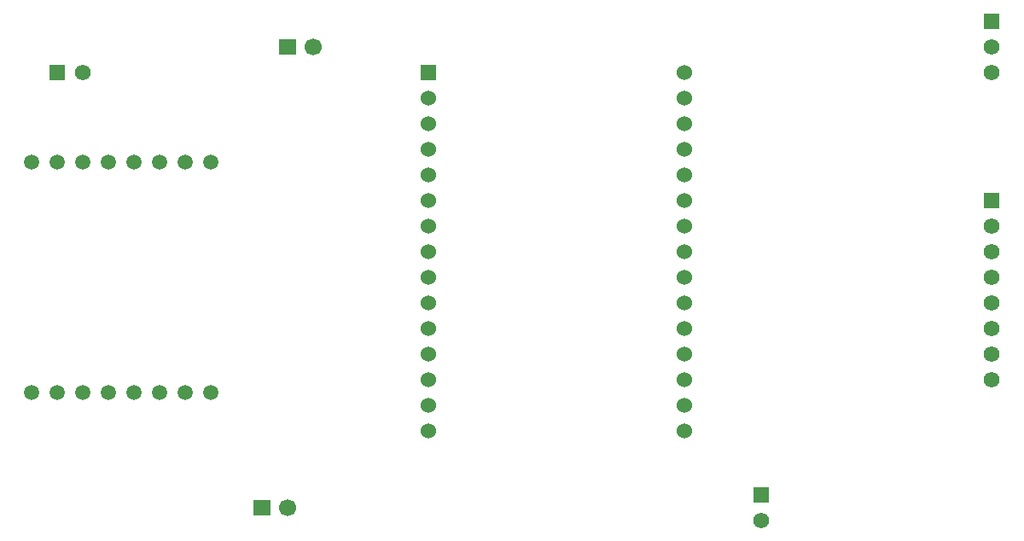
<source format=gbl>
G04 Layer: BottomLayer*
G04 EasyEDA v6.5.51, 2025-11-27 18:45:45*
G04 165794e495e04085a6bddc9ff9194116,e0a4688c9a4c477ab9b1abdd6ae47455,10*
G04 Gerber Generator version 0.2*
G04 Scale: 100 percent, Rotated: No, Reflected: No *
G04 Dimensions in millimeters *
G04 leading zeros omitted , absolute positions ,4 integer and 5 decimal *
%FSLAX45Y45*%
%MOMM*%

%ADD10R,1.7000X1.5748*%
%ADD11C,1.7000*%
%ADD12R,1.5748X1.5748*%
%ADD13C,1.5748*%
%ADD14R,1.5240X1.5240*%
%ADD15C,1.5240*%
%ADD16C,1.5000*%
%ADD17C,0.0121*%

%LPD*%
D10*
G01*
X3683000Y3048000D03*
D11*
G01*
X3937000Y3048000D03*
D10*
G01*
X3937000Y7620000D03*
D11*
G01*
X4191000Y7620000D03*
D12*
G01*
X1651000Y7366000D03*
D13*
G01*
X1905000Y7366000D03*
D12*
G01*
X8636000Y3175000D03*
D13*
G01*
X8636000Y2921000D03*
D14*
G01*
X5333974Y7366025D03*
D15*
G01*
X5333974Y7112025D03*
G01*
X5333974Y6858025D03*
G01*
X5333974Y6604025D03*
G01*
X5333974Y6350025D03*
G01*
X5333974Y6096025D03*
G01*
X5333974Y5842025D03*
G01*
X5333974Y5588025D03*
G01*
X5333974Y5334025D03*
G01*
X5333974Y5080025D03*
G01*
X5333974Y4826025D03*
G01*
X5333974Y4572025D03*
G01*
X5333974Y4318025D03*
G01*
X5333974Y4064025D03*
G01*
X5333974Y3810025D03*
G01*
X7873974Y3810025D03*
G01*
X7873974Y4064025D03*
G01*
X7873974Y4318025D03*
G01*
X7873974Y4572025D03*
G01*
X7873974Y4826025D03*
G01*
X7873974Y5080025D03*
G01*
X7873974Y5334025D03*
G01*
X7873974Y5588025D03*
G01*
X7873974Y5842025D03*
G01*
X7873974Y6096025D03*
G01*
X7873974Y6350025D03*
G01*
X7873974Y6604025D03*
G01*
X7873974Y6858025D03*
G01*
X7873974Y7112025D03*
G01*
X7873974Y7366025D03*
D16*
G01*
X3175000Y6477000D03*
G01*
X2921000Y6477000D03*
G01*
X2667000Y6477000D03*
G01*
X2413000Y6477000D03*
G01*
X2159000Y6477000D03*
G01*
X1905000Y6477000D03*
G01*
X1651000Y6477000D03*
G01*
X1397000Y6477000D03*
G01*
X1397000Y4191000D03*
G01*
X1651000Y4191000D03*
G01*
X1905000Y4191000D03*
G01*
X2159000Y4191000D03*
G01*
X2413000Y4191000D03*
G01*
X2667000Y4191000D03*
G01*
X2921000Y4191000D03*
G01*
X3175000Y4191000D03*
D12*
G01*
X10922000Y6096000D03*
D13*
G01*
X10922000Y5842000D03*
G01*
X10922000Y5588000D03*
G01*
X10922000Y5334000D03*
G01*
X10922000Y5080000D03*
G01*
X10922000Y4826000D03*
G01*
X10922000Y4572000D03*
G01*
X10922000Y4318000D03*
G01*
X10922000Y7366000D03*
G01*
X10922000Y7620000D03*
D12*
G01*
X10922000Y7874000D03*
M02*

</source>
